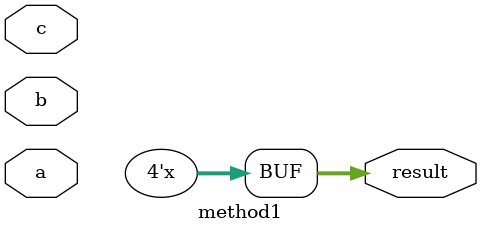
<source format=v>
`timescale 1ns / 1ps


module method1(a, b, c, result);

    input [1:0] a;
    input [1:0] b;
    input [1:0] c;    
    output reg [3:0] result;
    reg [1:0] largest1, largest2;
    
    always @(a or b or c) begin
        if (a >= b && a >= c) begin
            largest1 <= a;
            if (b >= c) begin
                largest2 <= b;
            end else begin
                largest2 <= c;
            end
        end else if (b >= a && b >= c) begin
            largest1 <= b;
            if (a >= c) begin
                largest2 <= a;
            end else begin
                largest2 <= c;
            end
        end else begin
            largest1 <= c;
            if (a >= b) begin
                largest2 <= a;
            end else begin
                largest2 <= b;
            end
        end
        result <= largest1 + largest2;
    end
    
     
endmodule
</source>
